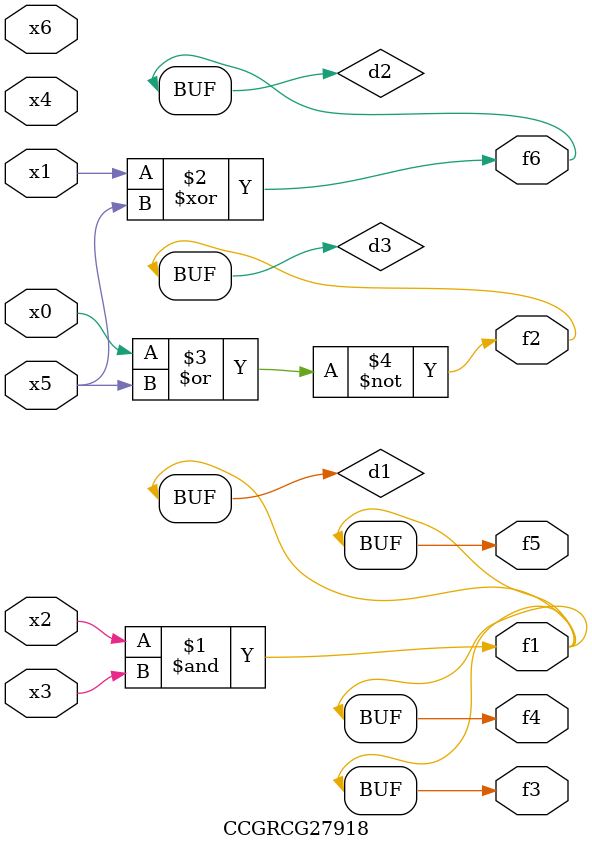
<source format=v>
module CCGRCG27918(
	input x0, x1, x2, x3, x4, x5, x6,
	output f1, f2, f3, f4, f5, f6
);

	wire d1, d2, d3;

	and (d1, x2, x3);
	xor (d2, x1, x5);
	nor (d3, x0, x5);
	assign f1 = d1;
	assign f2 = d3;
	assign f3 = d1;
	assign f4 = d1;
	assign f5 = d1;
	assign f6 = d2;
endmodule

</source>
